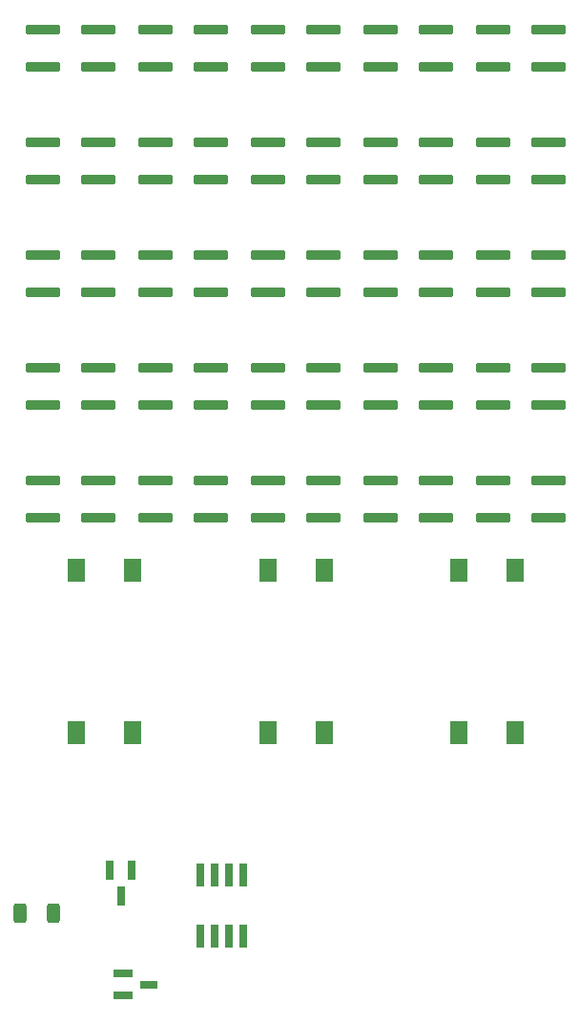
<source format=gbr>
%TF.GenerationSoftware,KiCad,Pcbnew,7.0.7*%
%TF.CreationDate,2023-09-08T08:11:20+02:00*%
%TF.ProjectId,D1Mini_Wuerfel_aktuell,44314d69-6e69-45f5-9775-657266656c5f,rev?*%
%TF.SameCoordinates,Original*%
%TF.FileFunction,Paste,Top*%
%TF.FilePolarity,Positive*%
%FSLAX46Y46*%
G04 Gerber Fmt 4.6, Leading zero omitted, Abs format (unit mm)*
G04 Created by KiCad (PCBNEW 7.0.7) date 2023-09-08 08:11:20*
%MOMM*%
%LPD*%
G01*
G04 APERTURE LIST*
G04 Aperture macros list*
%AMRoundRect*
0 Rectangle with rounded corners*
0 $1 Rounding radius*
0 $2 $3 $4 $5 $6 $7 $8 $9 X,Y pos of 4 corners*
0 Add a 4 corners polygon primitive as box body*
4,1,4,$2,$3,$4,$5,$6,$7,$8,$9,$2,$3,0*
0 Add four circle primitives for the rounded corners*
1,1,$1+$1,$2,$3*
1,1,$1+$1,$4,$5*
1,1,$1+$1,$6,$7*
1,1,$1+$1,$8,$9*
0 Add four rect primitives between the rounded corners*
20,1,$1+$1,$2,$3,$4,$5,0*
20,1,$1+$1,$4,$5,$6,$7,0*
20,1,$1+$1,$6,$7,$8,$9,0*
20,1,$1+$1,$8,$9,$2,$3,0*%
G04 Aperture macros list end*
%ADD10RoundRect,0.090000X-1.410000X-0.360000X1.410000X-0.360000X1.410000X0.360000X-1.410000X0.360000X0*%
%ADD11R,1.600000X2.000000*%
%ADD12RoundRect,0.250000X-0.312500X-0.625000X0.312500X-0.625000X0.312500X0.625000X-0.312500X0.625000X0*%
%ADD13R,0.750000X1.750000*%
%ADD14R,1.750000X0.800000*%
%ADD15R,1.500000X0.800000*%
%ADD16R,0.700000X2.100000*%
G04 APERTURE END LIST*
D10*
%TO.C,D15*%
X150840000Y-78850000D03*
X150840000Y-82150000D03*
X155740000Y-82150000D03*
X155740000Y-78850000D03*
%TD*%
%TO.C,D18*%
X130840000Y-88850000D03*
X130840000Y-92150000D03*
X135740000Y-92150000D03*
X135740000Y-88850000D03*
%TD*%
D11*
%TO.C,S1*%
X113790000Y-106800000D03*
X118790000Y-106800000D03*
X113790000Y-121200000D03*
X118790000Y-121200000D03*
%TD*%
D10*
%TO.C,D3*%
X130840000Y-58850000D03*
X130840000Y-62150000D03*
X135740000Y-62150000D03*
X135740000Y-58850000D03*
%TD*%
%TO.C,D19*%
X140840000Y-88850000D03*
X140840000Y-92150000D03*
X145740000Y-92150000D03*
X145740000Y-88850000D03*
%TD*%
%TO.C,D16*%
X110840000Y-88850000D03*
X110840000Y-92150000D03*
X115740000Y-92150000D03*
X115740000Y-88850000D03*
%TD*%
D12*
%TO.C,R1_SMT1*%
X108825000Y-137160000D03*
X111750000Y-137160000D03*
%TD*%
D10*
%TO.C,D14*%
X140840000Y-78850000D03*
X140840000Y-82150000D03*
X145740000Y-82150000D03*
X145740000Y-78850000D03*
%TD*%
%TO.C,D2*%
X120840000Y-58850000D03*
X120840000Y-62150000D03*
X125740000Y-62150000D03*
X125740000Y-58850000D03*
%TD*%
D13*
%TO.C,T2*%
X118700000Y-133350000D03*
X116800000Y-133350000D03*
X117750000Y-135650000D03*
%TD*%
D10*
%TO.C,D24*%
X140840000Y-98850000D03*
X140840000Y-102150000D03*
X145740000Y-102150000D03*
X145740000Y-98850000D03*
%TD*%
%TO.C,D25*%
X150840000Y-98850000D03*
X150840000Y-102150000D03*
X155740000Y-102150000D03*
X155740000Y-98850000D03*
%TD*%
%TO.C,D20*%
X150840000Y-88850000D03*
X150840000Y-92150000D03*
X155740000Y-92150000D03*
X155740000Y-88850000D03*
%TD*%
%TO.C,D11*%
X110840000Y-78850000D03*
X110840000Y-82150000D03*
X115740000Y-82150000D03*
X115740000Y-78850000D03*
%TD*%
D11*
%TO.C,S3*%
X147790000Y-106800000D03*
X152790000Y-106800000D03*
X147790000Y-121200000D03*
X152790000Y-121200000D03*
%TD*%
D10*
%TO.C,D21*%
X110840000Y-98850000D03*
X110840000Y-102150000D03*
X115740000Y-102150000D03*
X115740000Y-98850000D03*
%TD*%
%TO.C,D12*%
X120840000Y-78850000D03*
X120840000Y-82150000D03*
X125740000Y-82150000D03*
X125740000Y-78850000D03*
%TD*%
%TO.C,D6*%
X110840000Y-68850000D03*
X110840000Y-72150000D03*
X115740000Y-72150000D03*
X115740000Y-68850000D03*
%TD*%
%TO.C,D13*%
X130840000Y-78850000D03*
X130840000Y-82150000D03*
X135740000Y-82150000D03*
X135740000Y-78850000D03*
%TD*%
%TO.C,D10*%
X150840000Y-68850000D03*
X150840000Y-72150000D03*
X155740000Y-72150000D03*
X155740000Y-68850000D03*
%TD*%
%TO.C,D7*%
X120840000Y-68850000D03*
X120840000Y-72150000D03*
X125740000Y-72150000D03*
X125740000Y-68850000D03*
%TD*%
%TO.C,D4*%
X140840000Y-58850000D03*
X140840000Y-62150000D03*
X145740000Y-62150000D03*
X145740000Y-58850000D03*
%TD*%
%TO.C,D9*%
X140840000Y-68850000D03*
X140840000Y-72150000D03*
X145740000Y-72150000D03*
X145740000Y-68850000D03*
%TD*%
%TO.C,D1*%
X110840000Y-58850000D03*
X110840000Y-62150000D03*
X115740000Y-62150000D03*
X115740000Y-58850000D03*
%TD*%
%TO.C,D23*%
X130840000Y-98850000D03*
X130840000Y-102150000D03*
X135740000Y-102150000D03*
X135740000Y-98850000D03*
%TD*%
%TO.C,D5*%
X150840000Y-58850000D03*
X150840000Y-62150000D03*
X155740000Y-62150000D03*
X155740000Y-58850000D03*
%TD*%
%TO.C,D8*%
X130840000Y-68850000D03*
X130840000Y-72150000D03*
X135740000Y-72150000D03*
X135740000Y-68850000D03*
%TD*%
D14*
%TO.C,T3*%
X117950000Y-142550000D03*
X117950000Y-144450000D03*
D15*
X120250000Y-143500000D03*
%TD*%
D16*
%TO.C,T1*%
X124845000Y-139200000D03*
X126115000Y-139200000D03*
X127385000Y-139200000D03*
X128655000Y-139200000D03*
X128655000Y-133800000D03*
X127385000Y-133800000D03*
X126115000Y-133800000D03*
X124845000Y-133800000D03*
%TD*%
D10*
%TO.C,D22*%
X120840000Y-98850000D03*
X120840000Y-102150000D03*
X125740000Y-102150000D03*
X125740000Y-98850000D03*
%TD*%
D11*
%TO.C,S2*%
X130790000Y-106800000D03*
X135790000Y-106800000D03*
X130790000Y-121200000D03*
X135790000Y-121200000D03*
%TD*%
D10*
%TO.C,D17*%
X120840000Y-88850000D03*
X120840000Y-92150000D03*
X125740000Y-92150000D03*
X125740000Y-88850000D03*
%TD*%
M02*

</source>
